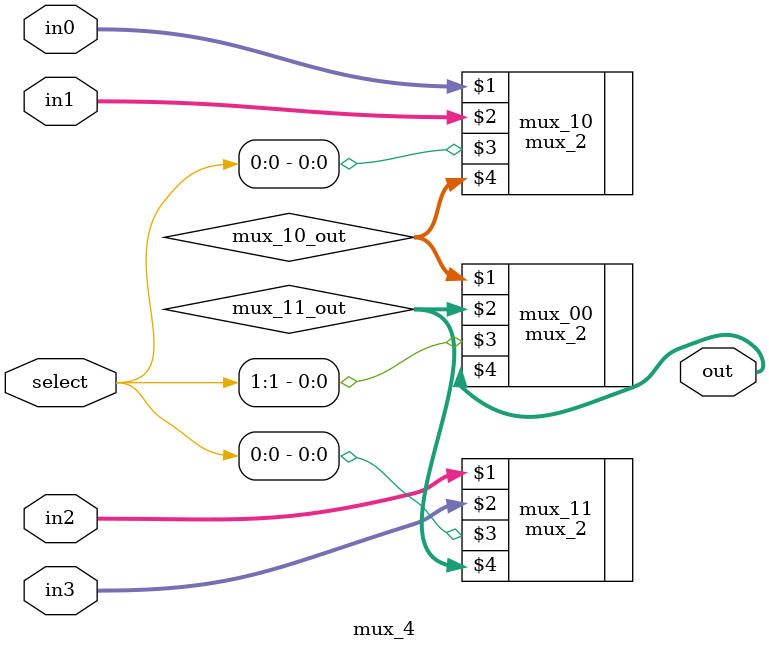
<source format=v>
module mux_4(in0, in1, in2, in3, select, out);

input [31:0] in0, in1, in2, in3;
input [1:0] select;
output [31:0] out;

wire [31:0] mux_10_out, mux_11_out;

mux_2 mux_10(in0, in1, select[0], mux_10_out);
mux_2 mux_11(in2, in3, select[0], mux_11_out);
mux_2 mux_00(mux_10_out, mux_11_out, select[1], out);

endmodule

</source>
